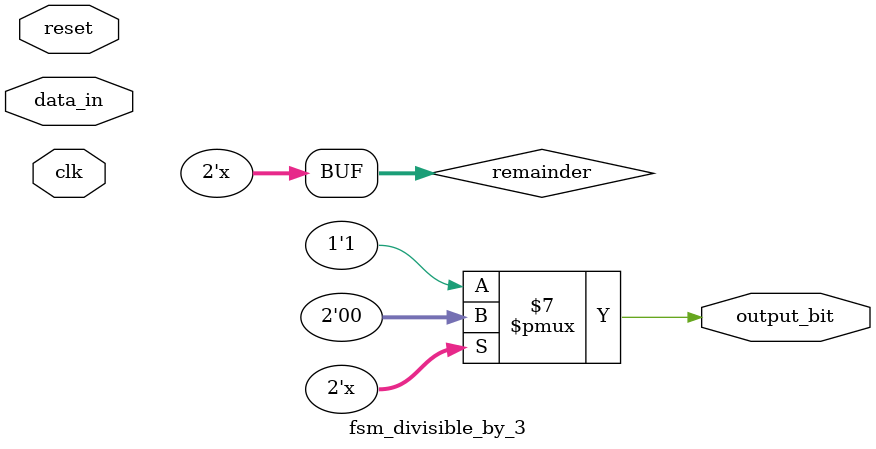
<source format=v>
module fsm_divisible_by_3(
    input clk,
    input reset,
    input data_in,
    output reg output_bit
);

    reg [1:0] state, next_state;
    reg [1:0] remainder;

    parameter  S0 = 2'b00,
               S1 = 2'b01,
               S2 = 2'b10;

    always @(posedge clk or posedge reset) begin
        if (reset) begin
            state <= S0;
            remainder <= 2'b00;
        end else begin
            state <= next_state;
        end
    end

    always @(*) begin
        remainder = ((2 * remainder) + data_in) % 3;
        case (remainder)
            2'b00: begin
                next_state <= S0;
                output_bit <= 1;
            end
            2'b01: begin
                next_state <= S1;
                output_bit <= 0;
            end
            2'b10: begin
                next_state <= S2;
                output_bit <= 0;
            end
            default: begin
                next_state <= S0;
                output_bit <= 1;
            end
        endcase
    end
endmodule

</source>
